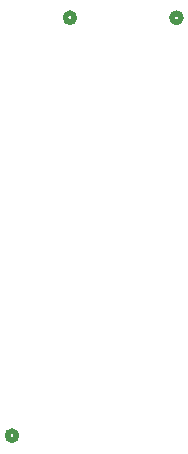
<source format=gbr>
%TF.GenerationSoftware,Altium Limited,Altium Designer,25.8.1 (18)*%
G04 Layer_Color=32896*
%FSLAX45Y45*%
%MOMM*%
%TF.SameCoordinates,1B6F2BE7-5339-4887-9720-52C865558AB3*%
%TF.FilePolarity,Positive*%
%TF.FileFunction,Legend,Bot*%
%TF.Part,Single*%
G01*
G75*
%TA.AperFunction,NonConductor*%
%ADD35C,0.50800*%
D35*
X11112500Y10761980D02*
G03*
X11112500Y10838180I0J38100D01*
G01*
D02*
G03*
X11112500Y10761980I0J-38100D01*
G01*
X12466320Y14338300D02*
G03*
X12542520Y14338300I38100J0D01*
G01*
D02*
G03*
X12466320Y14338300I-38100J0D01*
G01*
X11564620D02*
G03*
X11640820Y14338300I38100J0D01*
G01*
D02*
G03*
X11564620Y14338300I-38100J0D01*
G01*
%TF.MD5,a1682d4082ab161485e259a8062085df*%
M02*

</source>
